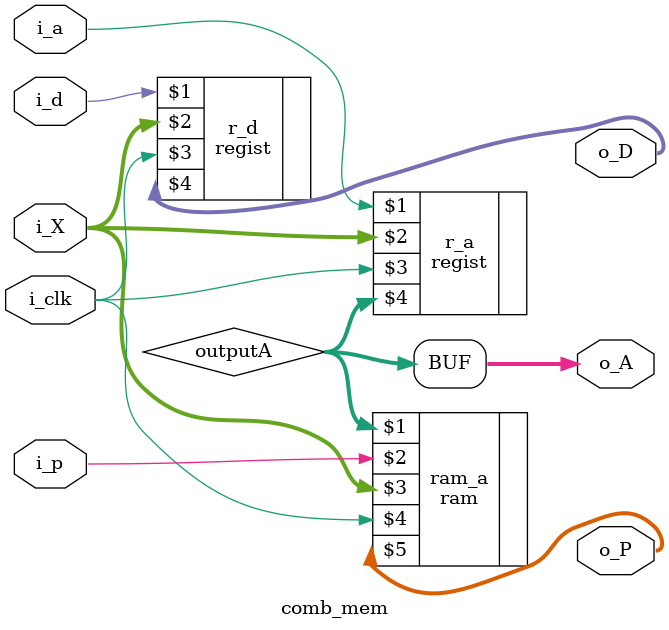
<source format=v>
`include "modules/memory/ram.v"
module comb_mem
  ( 
    i_a,
    i_d,
    i_p,
    i_X,
    i_clk,
    o_A,
    o_D,
    o_P
    );
  
  parameter BUS_WIDTH = 8;
  
  input i_a, i_d, i_p, i_clk;
  input wire[BUS_WIDTH-1:0] i_X;
  output wire[BUS_WIDTH-1:0] o_A, o_D, o_P;
  
  wire[BUS_WIDTH-1:0] outputA;
  
  regist #(.BUS_WIDTH(BUS_WIDTH)) r_a(i_a, i_X, i_clk, outputA);
  regist #(.BUS_WIDTH(BUS_WIDTH)) r_d(i_d, i_X, i_clk, o_D);
  
  assign o_A = outputA;
  
  ram #(.BUS_WIDTH(BUS_WIDTH), .ADDRESS_WIDTH(BUS_WIDTH)) ram_a (outputA, i_p, i_X, i_clk, o_P);
  
endmodule

</source>
